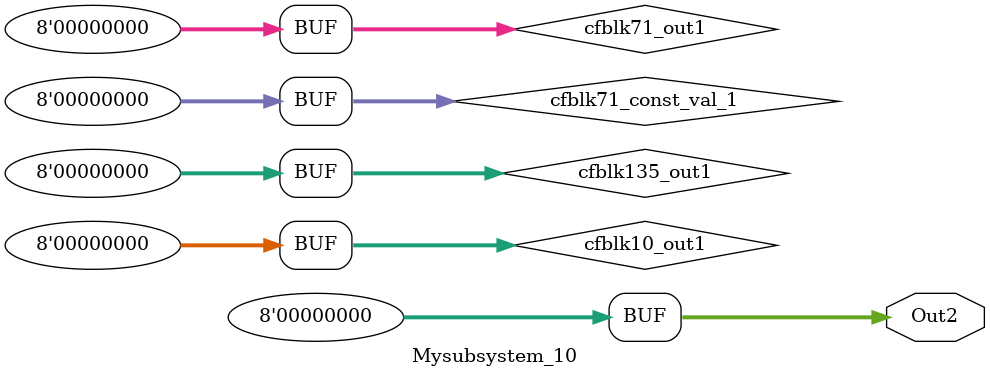
<source format=v>



`timescale 1 ns / 1 ns

module Mysubsystem_10
          (Out2);


  output  [7:0] Out2;  // uint8


  wire [7:0] cfblk135_out1;  // uint8
  wire [7:0] cfblk10_out1;  // uint8
  wire [7:0] cfblk71_const_val_1;  // uint8
  wire [7:0] cfblk71_out1;  // uint8


  assign cfblk135_out1 = 8'b00000000;



  assign cfblk10_out1 = (cfblk135_out1 > 8'b00000000 ? 8'b00000001 :
              8'b00000000);



  assign cfblk71_const_val_1 = 8'b00000000;



  assign cfblk71_out1 = cfblk10_out1 + cfblk71_const_val_1;



  assign Out2 = cfblk71_out1;

endmodule  // Mysubsystem_10


</source>
